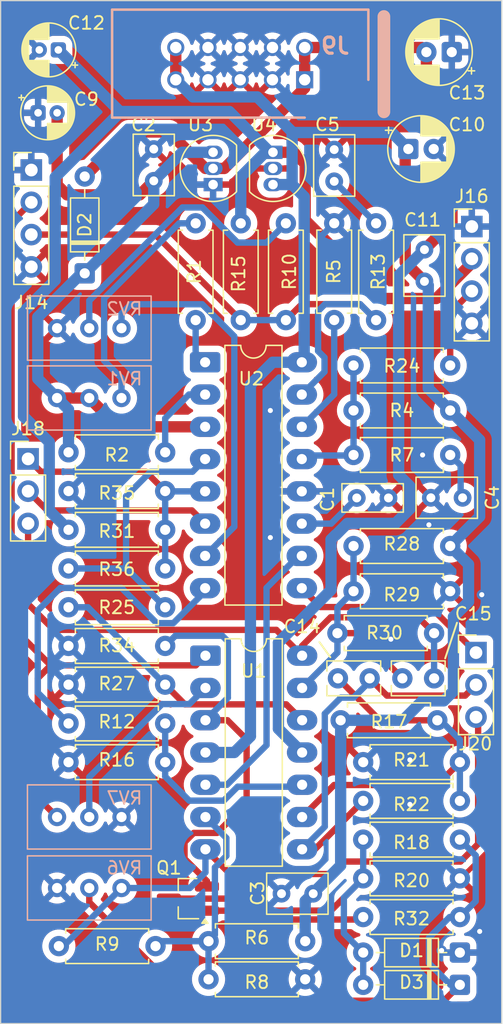
<source format=kicad_pcb>
(kicad_pcb (version 20241229) (generator "pcbnew") (generator_version "9.0")
  (layers (0 "F.Cu" signal) (2 "B.Cu" signal) (13 "F.Paste" user) (15 "B.Paste" user) (5 "F.SilkS" user "F.Silkscreen") (7 "B.SilkS" user "B.Silkscreen") (1 "F.Mask" user) (3 "B.Mask" user) (25 "Edge.Cuts" user))
  (net 0 "")
  (net 1 "Net-(U2-CAP)")
  (net 2 "GND")
  (net 3 "-5VA")
  (net 4 "+12VA")
  (net 5 "Net-(C4-Pad1)")
  (net 6 "Net-(C5-Pad1)")
  (net 7 "-12VA")
  (net 8 "+5VA")
  (net 9 "Net-(U1C--)")
  (net 10 "/SAW_RAW")
  (net 11 "Net-(U1D--)")
  (net 12 "/PULSE_RAW")
  (net 13 "Net-(D1-A)")
  (net 14 "Net-(D3-K)")
  (net 15 "/SIN_RAW")
  (net 16 "/CV_NODE")
  (net 17 "/LINFM_IN")
  (net 18 "/PWM_IN")
  (net 19 "/HARD_SYNC")
  (net 20 "/SOFT_SYNC")
  (net 21 "/TRI_RAW")
  (net 22 "Net-(Q1-Pad1)")
  (net 23 "Net-(U1A-+)")
  (net 24 "Net-(R1-Pad1)")
  (net 25 "Net-(U2-SCALE1)")
  (net 26 "Net-(U2-SCALE2)")
  (net 27 "/LIN_FM")
  (net 28 "Net-(U2-VS)")
  (net 29 "Net-(U1B--)")
  (net 30 "Net-(R10-Pad1)")
  (net 31 "/SAW_OUT")
  (net 32 "Net-(U1C-+)")
  (net 33 "/PULSE_OUT")
  (net 34 "Net-(U1D-+)")
  (net 35 "Net-(U2-VHFT)")
  (net 36 "Net-(U1A--)")
  (net 37 "/TRIANGLE_OUT")
  (footprint "Capacitor_THT:C_Rect_L4.6mm_W3.0mm_P2.50mm_MKS02_FKP02" (layer "F.Cu") (at 39.88 85.528 180)
    (property "Reference" "C3")
    (property "Value" "100n")
  )
  (footprint "Capacitor_THT:C_Rect_L4.6mm_W3.0mm_P2.50mm_MKS02_FKP02" (layer "F.Cu") (at 41.534 29.464 90)
    (property "Reference" "C5")
    (property "Value" "10n")
  )
  (footprint "Capacitor_THT:C_Rect_L4.6mm_W3.0mm_P2.50mm_MKS02_FKP02" (layer "F.Cu") (at 48.646 37.338 90)
    (property "Reference" "C11")
    (property "Value" "100n")
  )
  (footprint "Capacitor_THT:C_Rect_L4.0mm_W2.5mm_P2.50mm" (layer "F.Cu") (at 41.828 68.58)
    (property "Reference" "C14")
    (property "Value" "10p")
  )
  (footprint "Package_DIP:DIP-16_W7.62mm_LongPads" (layer "F.Cu") (at 31.359 43.703)
    (property "Reference" "U2")
    (property "Value" "AS3340")
  )
  (footprint "Resistor_THT:R_Axial_DIN0207_L6.3mm_D2.5mm_P7.62mm_Horizontal" (layer "F.Cu") (at 43.82 75.178)
    (property "Reference" "R21")
    (property "Value" "91k")
  )
  (footprint "Resistor_THT:R_Axial_DIN0207_L6.3mm_D2.5mm_P7.62mm_Horizontal" (layer "F.Cu") (at 20.591 75.178)
    (property "Reference" "R16")
    (property "Value" "100k")
  )
  (footprint "Connector_PinHeader_2.54mm:PinHeader_1x04_P2.54mm_Vertical" (layer "F.Cu") (at 17.658 28.574)
    (property "Reference" "J14")
    (property "Value" "Top Left(M)" (hide yes))
  )
  (footprint "Capacitor_THT:CP_Radial_D5.0mm_P2.00mm" (layer "F.Cu") (at 50.8 19.29 180)
    (property "Reference" "C13")
    (property "Value" "10u")
  )
  (footprint "Capacitor_THT:C_Rect_L4.6mm_W3.0mm_P2.50mm_MKS02_FKP02" (layer "F.Cu") (at 51.654 54.368667 180)
    (property "Reference" "C4")
    (property "Value" "10n")
  )
  (footprint "Resistor_THT:R_Axial_DIN0207_L6.3mm_D2.5mm_P7.62mm_Horizontal" (layer "F.Cu") (at 20.591 69.076)
    (property "Reference" "R27")
    (property "Value" "100k")
  )
  (footprint "Resistor_THT:R_Axial_DIN0207_L6.3mm_D2.5mm_P7.62mm_Horizontal" (layer "F.Cu") (at 49.662 71.882 180)
    (property "Reference" "R17")
    (property "Value" "240k")
  )
  (footprint "Resistor_THT:R_Axial_DIN0207_L6.3mm_D2.5mm_P7.62mm_Horizontal" (layer "F.Cu") (at 31.628 89.268)
    (property "Reference" "R6")
    (property "Value" "240k")
  )
  (footprint "Capacitor_THT:C_Rect_L4.6mm_W3.0mm_P2.50mm_MKS02_FKP02" (layer "F.Cu") (at 27.31 26.924 -90)
    (property "Reference" "C2")
    (property "Value" "100n")
  )
  (footprint "Resistor_THT:R_Axial_DIN0207_L6.3mm_D2.5mm_P7.62mm_Horizontal" (layer "F.Cu") (at 19.829 89.656)
    (property "Reference" "R9")
    (property "Value" "100k")
  )
  (footprint "Capacitor_THT:CP_Radial_D4.0mm_P1.50mm" (layer "F.Cu") (at 19.7886 19.118 180)
    (property "Reference" "C12")
    (property "Value" "1u")
  )
  (footprint "Resistor_THT:R_Axial_DIN0207_L6.3mm_D2.5mm_P7.62mm_Horizontal" (layer "F.Cu") (at 50.678 43.954667 180)
    (property "Reference" "R24")
    (property "Value" "1M")
  )
  (footprint "Resistor_THT:R_Axial_DIN0207_L6.3mm_D2.5mm_P7.62mm_Horizontal" (layer "F.Cu") (at 20.591 50.788)
    (property "Reference" "R2")
    (property "Value" "5.6k")
  )
  (footprint "Resistor_THT:R_Axial_DIN0207_L6.3mm_D2.5mm_P7.62mm_Horizontal" (layer "F.Cu") (at 50.678 61.722 180)
    (property "Reference" "R29")
    (property "Value" "91k")
  )
  (footprint "Resistor_THT:R_Axial_DIN0207_L6.3mm_D2.5mm_P7.62mm_Horizontal" (layer "F.Cu") (at 51.44 81.274 180)
    (property "Reference" "R18")
    (property "Value" "1M")
  )
  (footprint "Capacitor_THT:C_Rect_L4.6mm_W2.0mm_P2.50mm_MKS02_FKP02" (layer "F.Cu") (at 43.312 54.381334)
    (property "Reference" "C1")
    (property "Value" "1n")
  )
  (footprint "Resistor_THT:R_Axial_DIN0207_L6.3mm_D2.5mm_P7.62mm_Horizontal" (layer "F.Cu") (at 41.534 40.38 90)
    (property "Reference" "R5")
    (property "Value" "1.8k")
  )
  (footprint "Resistor_THT:R_Axial_DIN0207_L6.3mm_D2.5mm_P7.62mm_Horizontal" (layer "F.Cu") (at 39.248 92.268 180)
    (property "Reference" "R8")
    (property "Value" "91k")
  )
  (footprint "Resistor_THT:R_Axial_DIN0207_L6.3mm_D2.5mm_P7.62mm_Horizontal" (layer "F.Cu") (at 43.058 47.498)
    (property "Reference" "R4")
    (property "Value" "1.5M")
  )
  (footprint "Resistor_THT:R_Axial_DIN0207_L6.3mm_D2.5mm_P7.62mm_Horizontal" (layer "F.Cu") (at 43.82 84.322)
    (property "Reference" "R20")
    (property "Value" "1M")
  )
  (footprint "Resistor_THT:R_Axial_DIN0207_L6.3mm_D2.5mm_P7.62mm_Horizontal" (layer "F.Cu") (at 37.724 32.766 -90)
    (property "Reference" "R10")
    (property "Value" "470k")
  )
  (footprint "Resistor_THT:R_Axial_DIN0207_L6.3mm_D2.5mm_P7.62mm_Horizontal" (layer "F.Cu") (at 30.612 32.766 -90)
    (property "Reference" "R1")
    (property "Value" "24k")
  )
  (footprint "Resistor_THT:R_Axial_DIN0207_L6.3mm_D2.5mm_P7.62mm_Horizontal" (layer "F.Cu") (at 49.408 65.024 180)
    (property "Reference" "R30")
    (property "Value" "100k")
  )
  (footprint "Capacitor_THT:CP_Radial_D5.0mm_P2.00mm" (layer "F.Cu") (at 47.376 26.918)
    (property "Reference" "C10")
    (property "Value" "10u")
  )
  (footprint "Resistor_THT:R_Axial_DIN0207_L6.3mm_D2.5mm_P7.62mm_Horizontal" (layer "F.Cu") (at 28.211 62.986 180)
    (property "Reference" "R25")
    (property "Value" "180k")
  )
  (footprint "Connector_PinHeader_2.54mm:PinHeader_1x03_P2.54mm_Vertical" (layer "F.Cu") (at 17.404 51.308)
    (property "Reference" "J18")
    (property "Value" "Bottom Left(M)" (hide yes))
  )
  (footprint "Resistor_THT:R_Axial_DIN0207_L6.3mm_D2.5mm_P7.62mm_Horizontal" (layer "F.Cu") (at 20.591 56.89)
    (property "Reference" "R31")
    (property "Value" "100k")
  )
  (footprint "Package_TO_SOT_THT:TO-92_Inline" (layer "F.Cu") (at 36.708 27.178 -90)
    (property "Reference" "U4")
    (property "Value" "LP2950")
  )
  (footprint "Package_DIP:DIP-14_W7.62mm_LongPads" (layer "F.Cu") (at 31.384 66.797)
    (property "Reference" "U1")
    (property "Value" "TL074")
  )
  (footprint "Package_TO_SOT_THT:TO-92_Inline" (layer "F.Cu") (at 31.988 29.718 90)
    (property "Reference" "U3")
    (property "Value" "79L05")
  )
  (footprint "Capacitor_THT:CP_Radial_D4.0mm_P1.50mm" (layer "F.Cu") (at 18.193401 24.068)
    (property "Reference" "C9")
    (property "Value" "1u")
  )
  (footprint "Resistor_THT:R_Axial_DIN0207_L6.3mm_D2.5mm_P7.62mm_Horizontal" (layer "F.Cu") (at 20.591 72.13)
    (property "Reference" "R12")
    (property "Value" "100k")
  )
  (footprint "Connector_PinHeader_2.54mm:PinHeader_1x04_P2.54mm_Vertical" (layer "F.Cu") (at 52.38 33.02)
    (property "Reference" "J16")
    (property "Value" "Top Right (M)" (hide yes))
  )
  (footprint "Resistor_THT:R_Axial_DIN0207_L6.3mm_D2.5mm_P7.62mm_Horizontal" (layer "F.Cu") (at 20.591 59.932)
    (property "Reference" "R36")
    (property "Value" "10M")
  )
  (footprint "Resistor_THT:R_Axial_DIN0207_L6.3mm_D2.5mm_P7.62mm_Horizontal" (layer "F.Cu") (at 44.836 32.766 -90)
    (property "Reference" "R13")
    (property "Value" "470")
  )
  (footprint "Package_TO_SOT_SMD:SOT-23_Handsoldering" (layer "F.Cu") (at 30 85.918 180)
    (property "Reference" "Q1")
    (property "Value" "MMBFJ201")
  )
  (footprint "Connector_PinHeader_2.54mm:PinHeader_1x03_P2.54mm_Vertical" (layer "F.Cu") (at 52.71 66.554)
    (property "Reference" "J20")
    (property "Value" "Bottom Right(M)" (hide yes))
  )
  (footprint "Resistor_THT:R_Axial_DIN0207_L6.3mm_D2.5mm_P7.62mm_Horizontal" (layer "F.Cu") (at 43.058 51)
    (property "Reference" "R7")
    (property "Value" "470")
  )
  (footprint "Diode_THT:D_DO-35_SOD27_P7.62mm_Horizontal" (layer "F.Cu") (at 51.44 92.704 180)
    (property "Reference" "D3")
    (property "Value" "1N4148")
  )
  (footprint "Resistor_THT:R_Axial_DIN0207_L6.3mm_D2.5mm_P7.62mm_Horizontal" (layer "F.Cu") (at 28.211 66.028 180)
    (property "Reference" "R34")
    (property "Value" "1k")
  )
  (footprint "Resistor_THT:R_Axial_DIN0207_L6.3mm_D2.5mm_P7.62mm_Horizontal" (layer "F.Cu") (at 43.82 78.226)
    (property "Reference" "R22")
    (property "Value" "100k")
  )
  (footprint "Diode_THT:D_DO-35_SOD27_P7.62mm_Horizontal" (layer "F.Cu") (at 21.868 36.702 90)
    (property "Reference" "D2")
    (property "Value" "1N4148")
  )
  (footprint "Resistor_THT:R_Axial_DIN0207_L6.3mm_D2.5mm_P7.62mm_Horizontal" (layer "F.Cu") (at 43.058 58.166)
    (property "Reference" "R28")
    (property "Value" "240k")
  )
  (footprint "Diode_THT:D_DO-35_SOD27_P7.62mm_Horizontal" (layer "F.Cu") (at 51.44 90.164 180)
    (property "Reference" "D1")
    (property "Value" "1N4148" (hide yes))
  )
  (footprint "Resistor_THT:R_Axial_DIN0207_L6.3mm_D2.5mm_P7.62mm_Horizontal" (layer "F.Cu") (at 51.44 87.37 180)
    (property "Reference" "R32")
    (property "Value" "1k")
  )
  (footprint "Resistor_THT:R_Axial_DIN0207_L6.3mm_D2.5mm_P7.62mm_Horizontal" (layer "F.Cu") (at 34.168 40.386 90)
    (property "Reference" "R15")
    (property "Value" "220k")
  )
  (footprint "Capacitor_THT:C_Rect_L4.0mm_W2.5mm_P2.50mm" (layer "F.Cu") (at 46.908 68.58)
    (property "Reference" "C15")
    (property "Value" "10p")
  )
  (footprint "Resistor_THT:R_Axial_DIN0207_L6.3mm_D2.5mm_P7.62mm_Horizontal" (layer "F.Cu") (at 28.211 53.842 180)
    (property "Reference" "R35")
    (property "Value" "200k")
  )
  (footprint "Eurorack Common:Eurorack Power Header (10 pin)" (layer "B.Cu") (at 39.206 21.468 180)
    (property "Reference" "J9")
    (property "Value" "PWR" (hide yes))
  )
  (footprint "Potentiometer_THT:Potentiometer_Bourns_3296W_Vertical" (layer "B.Cu") (at 24.768 79.496)
    (property "Reference" "RV7")
    (property "Value" "10K")
  )
  (footprint "Potentiometer_THT:Potentiometer_Bourns_3296W_Vertical" (layer "B.Cu") (at 24.768 41.02)
    (property "Reference" "RV2")
    (property "Value" "10K")
  )
  (footprint "Potentiometer_THT:Potentiometer_Bourns_3296W_Vertical" (layer "B.Cu") (at 24.768 85.084)
    (property "Reference" "RV6")
    (property "Value" "10K")
  )
  (footprint "Potentiometer_THT:Potentiometer_Bourns_3296W_Vertical" (layer "B.Cu") (at 24.766 46.518)
    (property "Reference" "RV1")
    (property "Value" "10K")
  )
  (gr_line (start 51.21 64.208) (end 50.28 67.008) (stroke (width 0.15)) (layer "F.SilkS"))
  (gr_line (start 40.37 65.728) (end 41.23 66.918) (stroke (width 0.15)) (layer "F.SilkS"))
  (gr_rect (start 15.24 15.24) (end 54.74 95.75292) (stroke (width 0.1)) (fill no) (layer "Edge.Cuts"))
  (segment (start 38.979 56.403) (end 41.290334 56.403) (width 0.5) (layer "B.Cu") (net 1))
  (segment (start 41.290334 56.403) (end 43.312 54.381334) (width 0.5) (layer "B.Cu") (net 1))
  (via (at 36.5 57.5) (size 0.8) (drill 0.4) (layers "F.Cu" "B.Cu") (net 2))
  (via (at 47.5 78.5) (size 0.8) (drill 0.4) (layers "F.Cu" "B.Cu") (net 2))
  (via (at 53.167511 61.997107) (size 0.8) (drill 0.4) (layers "F.Cu" "B.Cu") (net 2))
  (via (at 46 65.5) (size 0.8) (drill 0.4) (layers "F.Cu" "B.Cu") (net 2))
  (via (at 49 56.5) (size 0.8) (drill 0.4) (layers "F.Cu" "B.Cu") (net 2))
  (via (at 36.5 47.5) (size 0.8) (drill 0.4) (layers "F.Cu" "B.Cu") (net 2))
  (via (at 53 88.5) (size 0.8) (drill 0.4) (layers "F.Cu" "B.Cu") (net 2))
  (via (at 50 90) (size 0.8) (drill 0.4) (layers "F.Cu" "B.Cu") (net 2))
  (via (at 48.5 51) (size 0.8) (drill 0.4) (layers "F.Cu" "B.Cu") (net 2))
  (via (at 47.5 75) (size 0.8) (drill 0.4) (layers "F.Cu" "B.Cu") (net 2))
  (segment (start 27.31 29.424) (end 26.207489 30.526511) (width 0.89) (layer "F.Cu") (net 3))
  (segment (start 22.226 46.518) (end 19.686 46.518) (width 0.89) (layer "F.Cu") (net 3))
  (segment (start 26.207489 30.526511) (end 20.474511 30.526511) (width 0.89) (layer "F.Cu") (net 3))
  (segment (start 20.474511 30.526511) (end 19.693401 29.745401) (width 0.89) (layer "F.Cu") (net 3))
  (segment (start 24.491 48.783) (end 22.226 46.518) (width 0.89) (layer "F.Cu") (net 3))
  (segment (start 31.359 48.783) (end 24.491 48.783) (width 0.89) (layer "F.Cu") (net 3))
  (segment (start 19.693401 29.745401) (end 19.693401 24.068) (width 0.89) (layer "F.Cu") (net 3))
  (segment (start 21.868 36.702) (end 21.614 36.702) (width 0.89) (layer "B.Cu") (net 3))
  (segment (start 20.591 47.423) (end 20.591 50.788) (width 0.89) (layer "B.Cu") (net 3))
  (segment (start 27.31 29.424) (end 27.31 31.26) (width 0.89) (layer "B.Cu") (net 3))
  (segment (start 29.556 27.178) (end 27.31 29.424) (width 0.89) (layer "B.Cu") (net 3))
  (segment (start 27.31 31.26) (end 21.868 36.702) (width 0.89) (layer "B.Cu") (net 3))
  (segment (start 18.166 44.998) (end 19.686 46.518) (width 0.89) (layer "B.Cu") (net 3))
  (segment (start 31.988 27.178) (end 29.556 27.178) (width 0.89) (layer "B.Cu") (net 3))
  (segment (start 19.686 46.518) (end 20.591 47.423) (width 0.89) (layer "B.Cu") (net 3))
  (segment (start 18.166 40.15) (end 18.166 44.998) (width 0.89) (layer "B.Cu") (net 3))
  (segment (start 21.614 36.702) (end 18.166 40.15) (width 0.89) (layer "B.Cu") (net 3))
  (segment (start 47.13 35.822) (end 47.13 27.164) (width 0.89) (layer "F.Cu") (net 4))
  (segment (start 29.046 18.928) (end 29.046 21.468) (width 0.89) (layer "F.Cu") (net 4))
  (segment (start 48.646 37.338) (end 47.13 35.822) (width 0.89) (layer "F.Cu") (net 4))
  (segment (start 47.13 27.164) (end 47.376 26.918) (width 0.89) (layer "F.Cu") (net 4))
  (segment (start 34.93 45.46) (end 34.93 73.146) (width 0.89) (layer "B.Cu") (net 4))
  (segment (start 38.491511 25.619489) (end 46.077489 25.619489) (width 0.89) (layer "B.Cu") (net 4))
  (segment (start 38.216 29.718) (end 38.216 26.418) (width 0.89) (layer "B.Cu") (net 4))
  (segment (start 48.95 45.77) (end 50.678 47.498) (width 0.89) (layer "B.Cu") (net 4))
  (segment (start 36.687 43.703) (end 34.93 45.46) (width 0.89) (layer "B.Cu") (net 4))
  (segment (start 52.998511 49.818511) (end 50.678 47.498) (width 0.89) (layer "B.Cu") (net 4))
  (segment (start 35.466 22.818) (end 30.396 22.818) (width 0.89) (layer "B.Cu") (net 4))
  (segment (start 33.659 74.417) (end 31.384 74.417) (width 0.89) (layer "B.Cu") (net 4))
  (segment (start 38.216 25.895) (end 38.491511 25.619489) (width 0.89) (layer "B.Cu") (net 4))
  (segment (start 48.646 37.338) (end 48.95 37.642) (width 0.89) (layer "B.Cu") (net 4))
  (segment (start 50.678 58.166) (end 52.998511 55.845489) (width 0.89) (layer "B.Cu") (net 4))
  (segment (start 36.708 29.718) (end 38.216 29.718) (width 0.89) (layer "B.Cu") (net 4))
  (segment (start 52.122511 59.610511) (end 50.678 58.166) (width 0.89) (layer "B.Cu") (net 4))
  (segment (start 39.248 86.106) (end 39.248 89.268) (width 0.89) (layer "B.Cu") (net 4))
  (segment (start 30.396 22.818) (end 29.046 21.468) (width 0.89) (layer "B.Cu") (net 4))
  (segment (start 42.042 71.882) (end 46.952174 71.882) (width 0.89) (layer "B.Cu") (net 4))
  (segment (start 38.216 26.418) (end 38.216 25.568) (width 0.89) (layer "B.Cu") (net 4))
  (segment (start 38.216 29.718) (end 39.168511 30.670511) (width 0.89) (layer "B.Cu") (net 4))
  (segment (start 50.17 70.352) (end 50.932 69.59) (width 0.89) (layer "B.Cu") (net 4))
  (segment (start 42.042 83.312) (end 39.248 86.106) (width 0.89) (layer "B.Cu") (net 4))
  (segment (start 42.042 71.882) (end 42.042 83.312) (width 0.89) (layer "B.Cu") (net 4))
  (segment (start 46.077489 25.619489) (end 47.376 26.918) (width 0.89) (layer "B.Cu") (net 4))
  (segment (start 52.998511 55.845489) (end 52.998511 49.818511) (width 0.89) (layer "B.Cu") (net 4))
  (segment (start 38.216 25.568) (end 35.466 22.818) (width 0.89) (layer "B.Cu") (net 4))
  (segment (start 50.932 69.59) (end 50.932 63.748) (width 0.89) (layer "B.Cu") (net 4))
  (segment (start 38.979 43.703) (end 39.168511 43.513489) (width 0.89) (layer "B.Cu") (net 4))
  (segment (start 38.979 43.703) (end 36.687 43.703) (width 0.89) (layer "B.Cu") (net 4))
  (segment (start 48.482174 70.352) (end 50.17 70.352) (width 0.89) (layer "B.Cu") (net 4))
  (segment (start 39.168511 43.513489) (end 39.168511 30.670511) (width 0.89) (layer "B.Cu") (net 4))
  (segment (start 34.93 73.146) (end 33.659 74.417) (width 0.89) (layer "B.Cu") (net 4))
  (segment (start 46.952174 71.882) (end 48.482174 70.352) (width 0.89) (layer "B.Cu") (net 4))
  (segment (start 50.932 63.748) (end 52.122511 62.557489) (width 0.89) (layer "B.Cu") (net 4))
  (segment (start 48.95 37.642) (end 48.95 45.77) (width 0.89) (layer "B.Cu") (net 4))
  (segment (start 38.216 26.418) (end 38.216 25.895) (width 0.89) (layer "B.Cu") (net 4))
  (segment (start 52.122511 62.557489) (end 52.122511 59.610511) (width 0.89) (layer "B.Cu") (net 4))
  (segment (start 50.678 51) (end 51.5 51.822) (width 0.5) (layer "B.Cu") (net 5))
  (segment (start 51.5 54.214667) (end 51.654 54.368667) (width 0.5) (layer "B.Cu") (net 5))
  (segment (start 51.5 51.822) (end 51.5 54.214667) (width 0.5) (layer "B.Cu") (net 5))
  (segment (start 41.534 29.464) (end 44.836 32.766) (width 0.5) (layer "B.Cu") (net 6))
  (segment (start 39.206 18.928) (end 39.206 21.468) (width 0.89) (layer "F.Cu") (net 7))
  (segment (start 39.206 22.115978) (end 39.206 21.468) (width 0.89) (layer "F.Cu") (net 7))
  (segment (start 48.8 20.42137) (end 50.820511 22.441881) (width 0.89) (layer "F.Cu") (net 7))
  (segment (start 25.370511 25.579489) (end 28.510538 25.579489) (width 0.89) (layer "F.Cu") (net 7))
  (segment (start 50.820511 22.441881) (end 50.820511 32.663489) (width 0.89) (layer "F.Cu") (net 7))
  (segment (start 50.820511 32.663489) (end 48.646 34.838) (width 0.89) (layer "F.Cu") (net 7))
  (segment (start 28.510538 25.579489) (end 31.379049 28.448) (width 0.89) (layer "F.Cu") (net 7))
  (segment (start 21.868 29.082) (end 25.370511 25.579489) (width 0.89) (layer "F.Cu") (net 7))
  (segment (start 48.438 18.928) (end 48.8 19.29) (width 0.89) (layer "F.Cu") (net 7))
  (segment (start 48.8 19.29) (end 48.8 20.42137) (width 0.89) (layer "F.Cu") (net 7))
  (segment (start 31.988 28.448) (end 32.873978 28.448) (width 0.89) (layer "F.Cu") (net 7))
  (segment (start 32.873978 28.448) (end 39.206 22.115978) (width 0.89) (layer "F.Cu") (net 7))
  (segment (start 39.206 18.928) (end 48.438 18.928) (width 0.89) (layer "F.Cu") (net 7))
  (segment (start 46.36 56.382) (end 42.576376 56.382) (width 0.89) (layer "B.Cu") (net 7))
  (segment (start 41.660856 57.29752) (end 41.63448 57.29752) (width 0.89) (layer "B.Cu") (net 7))
  (segment (start 37.13448 65.770379) (end 37.13448 72.54748) (width 0.89) (layer "B.Cu") (net 7))
  (segment (start 41.28 57.652) (end 41.28 61.624859) (width 0.89) (layer "B.Cu") (net 7))
  (segment (start 37.13448 72.54748) (end 39.004 74.417) (width 0.89) (layer "B.Cu") (net 7))
  (segment (start 47.5 53.458) (end 47.5 55.242) (width 0.89) (layer "B.Cu") (net 7))
  (segment (start 47.5 55.242) (end 46.36 56.382) (width 0.89) (layer "B.Cu") (net 7))
  (segment (start 46.614 52.572) (end 47.5 53.458) (width 0.89) (layer "B.Cu") (net 7))
  (segment (start 41.63448 57.29752) (end 41.28 57.652) (width 0.89) (layer "B.Cu") (net 7))
  (segment (start 42.576376 56.382) (end 41.660856 57.29752) (width 0.89) (layer "B.Cu") (net 7))
  (segment (start 48.646 34.838) (end 46.614 36.87) (width 0.89) (layer "B.Cu") (net 7))
  (segment (start 46.614 36.87) (end 46.614 52.572) (width 0.89) (layer "B.Cu") (net 7))
  (segment (start 41.28 61.624859) (end 37.13448 65.770379) (width 0.89) (layer "B.Cu") (net 7))
  (segment (start 39.248 28.078) (end 38.348 27.178) (width 0.89) (layer "F.Cu") (net 8))
  (segment (start 45.413663 38.682511) (end 39.248 32.516848) (width 0.89) (layer "F.Cu") (net 8))
  (segment (start 38.348 27.178) (end 36.708 27.178) (width 0.89) (layer "F.Cu") (net 8))
  (segment (start 49.587489 38.682511) (end 45.413663 38.682511) (width 0.89) (layer "F.Cu") (net 8))
  (segment (start 39.248 32.516848) (end 39.248 28.078) (width 0.89) (layer "F.Cu") (net 8))
  (segment (start 52.71 35.56) (end 49.587489 38.682511) (width 0.89) (layer "F.Cu") (net 8))
  (segment (start 36.708 27.178) (end 36.476 27.178) (width 0.89) (layer "B.Cu") (net 8))
  (segment (start 17.042001 39.733185) (end 19.5426 37.232586) (width 0.89) (layer "B.Cu") (net 8))
  (segment (start 33.266 23.968) (end 24.6386 23.968) (width 0.89) (layer "B.Cu") (net 8))
  (segment (start 19.074 55.373) (end 19.074 49.988978) (width 0.89) (layer "B.Cu") (net 8))
  (segment (start 24.6386 23.968) (end 19.7886 19.118) (width 0.89) (layer "B.Cu") (net 8))
  (segment (start 17.042 47.956978) (end 17.042001 39.733185) (width 0.89) (layer "B.Cu") (net 8))
  (segment (start 20.591 56.89) (end 19.074 55.373) (width 0.89) (layer "B.Cu") (net 8))
  (segment (start 19.074 49.988978) (end 17.042 47.956978) (width 0.89) (layer "B.Cu") (net 8))
  (segment (start 19.5426 29.1414) (end 24.6386 24.0454) (width 0.89) (layer "B.Cu") (net 8))
  (segment (start 19.5426 37.232586) (end 19.5426 29.1414) (width 0.89) (layer "B.Cu") (net 8))
  (segment (start 36.099049 27.178) (end 34.168 29.109049) (width 0.89) (layer "B.Cu") (net 8))
  (segment (start 24.6386 24.0454) (end 24.6386 23.968) (width 0.89) (layer "B.Cu") (net 8))
  (segment (start 34.168 29.109049) (end 34.168 32.766) (width 0.89) (layer "B.Cu") (net 8))
  (segment (start 36.476 27.178) (end 33.266 23.968) (width 0.89) (layer "B.Cu") (net 8))
  (segment (start 36.708 27.178) (end 36.099049 27.178) (width 0.89) (layer "B.Cu") (net 8))
  (segment (start 51.44 75.178) (end 49.641511 76.976489) (width 0.5) (layer "F.Cu") (net 9))
  (segment (start 49.641511 76.976489) (end 41.524511 76.976489) (width 0.5) (layer "F.Cu") (net 9))
  (segment (start 49.662 71.882) (end 45.13 71.882) (width 0.5) (layer "F.Cu") (net 9))
  (segment (start 45.13 71.882) (end 41.828 68.58) (width 0.5) (layer "F.Cu") (net 9))
  (segment (start 41.524511 76.976489) (end 39.004 79.497) (width 0.5) (layer "F.Cu") (net 9))
  (segment (start 49.662 71.882) (end 49.91 71.882) (width 0.5) (layer "B.Cu") (net 9))
  (segment (start 49.91 71.882) (end 51.44 73.412) (width 0.5) (layer "B.Cu") (net 9))
  (segment (start 51.44 75.178) (end 51.44 78.226) (width 0.5) (layer "B.Cu") (net 9))
  (segment (start 51.44 73.412) (end 51.44 75.178) (width 0.5) (layer "B.Cu") (net 9))
  (segment (start 45.686 69.938) (end 44.328 68.58) (width 0.5) (layer "F.Cu") (net 10))
  (segment (start 52.71 69.088) (end 51.86 69.938) (width 0.5) (layer "F.Cu") (net 10))
  (segment (start 51.86 69.938) (end 45.686 69.938) (width 0.5) (layer "F.Cu") (net 10))
  (segment (start 40.009 82.037) (end 39.004 82.037) (width 0.5) (layer "F.Cu") (net 10))
  (segment (start 43.82 78.226) (end 40.009 82.037) (width 0.5) (layer "F.Cu") (net 10))
  (segment (start 39.004 82.037) (end 40.792489 80.248511) (width 0.5) (layer "B.Cu") (net 10))
  (segment (start 44.328 68.828) (end 44.328 68.58) (width 0.5) (layer "B.Cu") (net 10))
  (segment (start 40.792489 80.248511) (end 40.792489 71.364435) (width 0.5) (layer "B.Cu") (net 10))
  (segment (start 43.058 70.098) (end 44.328 68.828) (width 0.5) (layer "B.Cu") (net 10))
  (segment (start 40.792489 71.364435) (end 42.058924 70.098) (width 0.5) (layer "B.Cu") (net 10))
  (segment (start 42.058924 70.098) (end 43.058 70.098) (width 0.5) (layer "B.Cu") (net 10))
  (segment (start 46.908 68.58) (end 43.352 65.024) (width 0.5) (layer "F.Cu") (net 11))
  (segment (start 43.352 65.024) (end 41.788 65.024) (width 0.5) (layer "F.Cu") (net 11))
  (segment (start 43.058 61.722) (end 43.058 58.166) (width 0.5) (layer "B.Cu") (net 11))
  (segment (start 41.788 62.992) (end 43.058 61.722) (width 0.5) (layer "B.Cu") (net 11))
  (segment (start 41.788 65.024) (end 41.788 62.992) (width 0.5) (layer "B.Cu") (net 11))
  (segment (start 41.788 66.553) (end 39.004 69.337) (width 0.5) (layer "B.Cu") (net 11))
  (segment (start 41.788 65.024) (end 41.788 66.553) (width 0.5) (layer "B.Cu") (net 11))
  (segment (start 36.971 64.764) (end 39.004 66.797) (width 0.5) (layer "F.Cu") (net 12))
  (segment (start 48.158489 63.774489) (end 41.253511 63.774489) (width 0.5) (layer "F.Cu") (net 12))
  (segment (start 39.004 66.024) (end 39.004 66.797) (width 0.5) (layer "F.Cu") (net 12))
  (segment (start 17.404 62.732) (end 19.436 64.764) (width 0.5) (layer "F.Cu") (net 12))
  (segment (start 49.408 65.024) (end 48.158489 63.774489) (width 0.5) (layer "F.Cu") (net 12))
  (segment (start 41.253511 63.774489) (end 39.004 66.024) (width 0.5) (layer "F.Cu") (net 12))
  (segment (start 19.436 64.764) (end 36.971 64.764) (width 0.5) (layer "F.Cu") (net 12))
  (segment (start 17.404 56.388) (end 17.404 62.732) (width 0.5) (layer "F.Cu") (net 12))
  (segment (start 49.408 65.024) (end 49.408 68.58) (width 0.5) (layer "B.Cu") (net 12))
  (segment (start 43.82 84.322) (end 41.28 86.862) (width 0.5) (layer "F.Cu") (net 13))
  (segment (start 34.94 85.918) (end 28.5 85.918) (width 0.5) (layer "F.Cu") (net 13))
  (segment (start 35.884 86.862) (end 34.94 85.918) (width 0.5) (layer "F.Cu") (net 13))
  (segment (start 41.28 86.862) (end 35.884 86.862) (width 0.5) (layer "F.Cu") (net 13))
  (segment (start 43.82 90.164) (end 42.296 88.64) (width 0.5) (layer "B.Cu") (net 13))
  (segment (start 43.82 92.704) (end 43.82 89.656) (width 0.5) (layer "B.Cu") (net 13))
  (segment (start 42.296 85.846) (end 43.82 84.322) (width 0.5) (layer "B.Cu") (net 13))
  (segment (start 42.296 88.64) (end 42.296 85.846) (width 0.5) (layer "B.Cu") (net 13))
  (segment (start 43.82 84.322) (end 43.82 81.274) (width 0.5) (layer "B.Cu") (net 13))
  (segment (start 22.228 86.202076) (end 22.228 85.084) (width 0.5) (layer "F.Cu") (net 14))
  (segment (start 50.190489 93.953511) (end 29.979435 93.953511) (width 0.5) (layer "F.Cu") (net 14))
  (segment (start 51.44 92.704) (end 50.190489 93.953511) (width 0.5) (layer "F.Cu") (net 14))
  (segment (start 29.979435 93.953511) (end 22.228 86.202076) (width 0.5) (layer "F.Cu") (net 14))
  (segment (start 49 91) (end 50.704 92.704) (width 0.5) (layer "B.Cu") (net 14))
  (segment (start 50.704 92.704) (end 51.44 92.704) (width 0.5) (layer "B.Cu") (net 14))
  (segment (start 52.689511 86.120489) (end 51.44 87.37) (width 0.5) (layer "B.Cu") (net 14))
  (segment (start 52.689511 82.523511) (end 52.689511 86.120489) (width 0.5) (layer "B.Cu") (net 14))
  (segment (start 50.63 87.37) (end 49 89) (width 0.5) (layer "B.Cu") (net 14))
  (segment (start 51.44 81.274) (end 52.689511 82.523511) (width 0.5) (layer "B.Cu") (net 14))
  (segment (start 51.44 87.37) (end 50.63 87.37) (width 0.5) (layer "B.Cu") (net 14))
  (segment (start 49 89) (end 49 91) (width 0.5) (layer "B.Cu") (net 14))
  (segment (start 19.688 79.496) (end 18.166 77.974) (width 0.5) (layer "F.Cu") (net 15))
  (segment (start 16.104489 32.667511) (end 17.658 31.114) (width 0.5) (layer "F.Cu") (net 15))
  (segment (start 30.623 67.558) (end 31.384 66.797) (width 0.5) (layer "F.Cu") (net 15))
  (segment (start 18.166 66.542) (end 19.182 67.558) (width 0.5) (layer "F.Cu") (net 15))
  (segment (start 19.182 67.558) (end 30.623 67.558) (width 0.5) (layer "F.Cu") (net 15))
  (segment (start 18.166 77.974) (end 18.166 68.574) (width 0.5) (layer "F.Cu") (net 15))
  (segment (start 18.166 68.574) (end 19.182 67.558) (width 0.5) (layer "F.Cu") (net 15))
  (segment (start 16.104489 64.480489) (end 16.104489 32.667511) (width 0.5) (layer "F.Cu") (net 15))
  (segment (start 18.166 66.542) (end 16.104489 64.480489) (width 0.5) (layer "F.Cu") (net 15))
  (segment (start 38.979511 39.130489) (end 43.580489 39.130489) (width 0.5) (layer "F.Cu") (net 16))
  (segment (start 43.580489 39.130489) (end 44.836 40.386) (width 0.5) (layer "F.Cu") (net 16))
  (segment (start 27.436 33.654) (end 34.168 40.386) (width 0.5) (layer "F.Cu") (net 16))
  (segment (start 37.724 40.386) (end 38.979511 39.130489) (width 0.5) (layer "F.Cu") (net 16))
  (segment (start 17.658 33.654) (end 27.436 33.654) (width 0.5) (layer "F.Cu") (net 16))
  (segment (start 44.836 40.386) (end 43.580489 39.130489) (width 0.5) (layer "B.Cu") (net 16))
  (segment (start 40.264 42.820912) (end 40.772 43.328912) (width 0.5) (layer "B.Cu") (net 16))
  (segment (start 40.772 43.328912) (end 40.772 44.45) (width 0.5) (layer "B.Cu") (net 16))
  (segment (start 40.264 39.671031) (end 40.264 42.820912) (width 0.5) (layer "B.Cu") (net 16))
  (segment (start 40.804542 39.130489) (end 40.264 39.671031) (width 0.5) (layer "B.Cu") (net 16))
  (segment (start 43.580489 39.130489) (end 40.804542 39.130489) (width 0.5) (layer "B.Cu") (net 16))
  (segment (start 40.772 44.45) (end 38.979 46.243) (width 0.5) (layer "B.Cu") (net 16))
  (segment (start 37.724 40.386) (end 34.168 40.386) (width 0.5) (layer "B.Cu") (net 16))
  (segment (start 50.678 39.802) (end 52.38 38.1) (width 0.5) (layer "F.Cu") (net 17))
  (segment (start 50.678 43.954667) (end 50.678 39.802) (width 0.5) (layer "F.Cu") (net 17))
  (segment (start 26.687 52.318) (end 28.211 53.842) (width 0.5) (layer "F.Cu") (net 18))
  (segment (start 18.414 52.318) (end 26.687 52.318) (width 0.5) (layer "F.Cu") (net 18))
  (segment (start 17.404 51.308) (end 18.414 52.318) (width 0.5) (layer "F.Cu") (net 18))
  (segment (start 31.359 53.863) (end 28.232 53.863) (width 0.5) (layer "B.Cu") (net 18))
  (segment (start 28.211 53.842) (end 28.211 56.89) (width 0.5) (layer "B.Cu") (net 18))
  (segment (start 28.211 56.89) (end 28.211 59.932) (width 0.5) (layer "B.Cu") (net 18))
  (segment (start 28.232 53.863) (end 28.211 53.842) (width 0.5) (layer "B.Cu") (net 18))
  (segment (start 17.404 53.848) (end 18.922 55.366) (width 0.5) (layer "F.Cu") (net 19))
  (segment (start 18.922 55.366) (end 30.322 55.366) (width 0.5) (layer "F.Cu") (net 19))
  (segment (start 30.322 55.366) (end 31.359 56.403) (width 0.5) (layer "F.Cu") (net 19))
  (segment (start 49.133511 62.971511) (end 40.467511 62.971511) (width 0.5) (layer "F.Cu") (net 20))
  (segment (start 40.467511 62.971511) (end 38.979 61.483) (width 0.5) (layer "F.Cu") (net 20))
  (segment (start 52.71 66.548) (end 49.133511 62.971511) (width 0.5) (layer "F.Cu") (net 20))
  (segment (start 52.88 81.612) (end 51.492 83) (width 0.5) (layer "F.Cu") (net 21))
  (segment (start 52.71 71.628) (end 52.88 71.798) (width 0.5) (layer "F.Cu") (net 21))
  (segment (start 33.327 83.98) (end 31.384 82.037) (width 0.5) (layer "F.Cu") (net 21))
  (segment (start 42.38 83) (end 41.4 83.98) (width 0.5) (layer "F.Cu") (net 21))
  (segment (start 51.492 83) (end 42.38 83) (width 0.5) (layer "F.Cu") (net 21))
  (segment (start 41.4 83.98) (end 33.327 83.98) (width 0.5) (layer "F.Cu") (net 21))
  (segment (start 52.88 71.798) (end 52.88 81.612) (width 0.5) (layer "F.Cu") (net 21))
  (segment (start 19.829 89.656) (end 20.196 89.656) (width 0.5) (layer "B.Cu") (net 21))
  (segment (start 20.196 89.656) (end 24.768 85.084) (width 0.5) (layer "B.Cu") (net 21))
  (segment (start 30.154 85.084) (end 31.384 83.854) (width 0.5) (layer "B.Cu") (net 21))
  (segment (start 24.768 85.084) (end 30.154 85.084) (width 0.5) (layer "B.Cu") (net 21))
  (segment (start 31.384 83.854) (end 31.384 82.037) (width 0.5) (layer "B.Cu") (net 21))
  (segment (start 43.82 87.37) (end 43.62848 87.56152) (width 0.5) (layer "F.Cu") (net 22))
  (segment (start 33.38 86.868) (end 31.5 86.868) (width 0.5) (layer "F.Cu") (net 22))
  (segment (start 43.62848 87.56152) (end 34.07352 87.56152) (width 0.5) (layer "F.Cu") (net 22))
  (segment (start 34.07352 87.56152) (end 33.38 86.868) (width 0.5) (layer "F.Cu") (net 22))
  (segment (start 34.63 73.39) (end 33.117 71.877) (width 0.5) (layer "F.Cu") (net 23))
  (segment (start 29.73448 81.478472) (end 30.466432 80.74652) (width 0.5) (layer "F.Cu") (net 23))
  (segment (start 31.5 84.968) (end 31.5 84.538) (width 0.5) (layer "F.Cu") (net 23))
  (segment (start 33.117 71.877) (end 31.384 71.877) (width 0.5) (layer "F.Cu") (net 23))
  (segment (start 30.466432 80.74652) (end 32.301568 80.74652) (width 0.5) (layer "F.Cu") (net 23))
  (segment (start 34.63 78.418088) (end 34.63 73.39) (width 0.5) (layer "F.Cu") (net 23))
  (segment (start 31.5 84.538) (end 29.73448 82.77248) (width 0.5) (layer "F.Cu") (net 23))
  (segment (start 32.301568 80.74652) (end 34.63 78.418088) (width 0.5) (layer "F.Cu") (net 23))
  (segment (start 29.73448 82.77248) (end 29.73448 81.478472) (width 0.5) (layer "F.Cu") (net 23))
  (segment (start 33.152 65.665978) (end 33.152 70.109) (width 0.5) (layer "B.Cu") (net 23))
  (segment (start 29.010999 65.228001) (end 32.714023 65.228001) (width 0.5) (layer "B.Cu") (net 23))
  (segment (start 32.714023 65.228001) (end 33.152 65.665978) (width 0.5) (layer "B.Cu") (net 23))
  (segment (start 33.152 70.109) (end 31.384 71.877) (width 0.5) (layer "B.Cu") (net 23))
  (segment (start 28.211 66.028) (end 29.010999 65.228001) (width 0.5) (layer "B.Cu") (net 23))
  (segment (start 30.612 32.766) (end 29.30927 32.766) (width 0.5) (layer "B.Cu") (net 24))
  (segment (start 23.397511 38.677759) (end 23.397511 43.579511) (width 0.5) (layer "B.Cu") (net 24))
  (segment (start 24.766 44.952) (end 24.766 46.518) (width 0.5) (layer "B.Cu") (net 24))
  (segment (start 23.397511 43.579511) (end 24.768 44.95) (width 0.5) (layer "B.Cu") (net 24))
  (segment (start 24.768 44.95) (end 24.766 44.952) (width 0.5) (layer "B.Cu") (net 24))
  (segment (start 29.30927 32.766) (end 23.397511 38.677759) (width 0.5) (layer "B.Cu") (net 24))
  (segment (start 30.612 40.386) (end 30.612 42.956) (width 0.5) (layer "B.Cu") (net 25))
  (segment (start 30.612 42.956) (end 31.359 43.703) (width 0.5) (layer "B.Cu") (net 25))
  (segment (start 28.211 48.115) (end 28.211 50.788) (width 0.5) (layer "B.Cu") (net 26))
  (segment (start 31.359 46.243) (end 30.083 46.243) (width 0.5) (layer "B.Cu") (net 26))
  (segment (start 30.083 46.243) (end 28.211 48.115) (width 0.5) (layer "B.Cu") (net 26))
  (segment (start 43.016666 51.041334) (end 39.260666 51.041334) (width 0.5) (layer "B.Cu") (net 27))
  (segment (start 39.260666 51.041334) (end 38.979 51.323) (width 0.5) (layer "B.Cu") (net 27))
  (segment (start 43.058 47.498) (end 43.058 51) (width 0.5) (layer "B.Cu") (net 27))
  (segment (start 43.058 43.954667) (end 43.058 47.498) (width 0.5) (layer "B.Cu") (net 27))
  (segment (start 43.058 51) (end 43.016666 51.041334) (width 0.5) (layer "B.Cu") (net 27))
  (segment (start 41.534 46.228) (end 41.534 40.38) (width 0.5) (layer "B.Cu") (net 28))
  (segment (start 38.979 48.783) (end 41.534 46.228) (width 0.5) (layer "B.Cu") (net 28))
  (segment (start 32.13 88.766) (end 31.628 89.268) (width 0.5) (layer "B.Cu") (net 29))
  (segment (start 31.628 89.268) (end 27.837 89.268) (width 0.5) (layer "B.Cu") (net 29))
  (segment (start 32.13 89.154) (end 31.628 89.656) (width 0.5) (layer "B.Cu") (net 29))
  (segment (start 32.13 83.458088) (end 32.13 88.766) (width 0.5) (layer "B.Cu") (net 29))
  (segment (start 33.03352 82.554568) (end 32.13 83.458088) (width 0.5) (layer "B.Cu") (net 29))
  (segment (start 31.628 92.268) (end 31.628 89.268) (width 0.5) (layer "B.Cu") (net 29))
  (segment (start 31.384 79.497) (end 33.03352 81.14652) (width 0.5) (layer "B.Cu") (net 29))
  (segment (start 27.837 89.268) (end 27.449 89.656) (width 0.5) (layer "B.Cu") (net 29))
  (segment (start 33.03352 81.14652) (end 33.03352 82.554568) (width 0.5) (layer "B.Cu") (net 29))
  (segment (start 36.206 34.284) (end 37.724 32.766) (width 0.5) (layer "B.Cu") (net 30))
  (segment (start 33.914 34.284) (end 36.206 34.284) (width 0.5) (layer "B.Cu") (net 30))
  (segment (start 22.228 38.858) (end 22.228 41.02) (width 0.5) (layer "B.Cu") (net 30))
  (segment (start 29.569511 31.516489) (end 31.146489 31.516489) (width 0.5) (layer "B.Cu") (net 30))
  (segment (start 31.146489 31.516489) (end 33.914 34.284) (width 0.5) (layer "B.Cu") (net 30))
  (segment (start 22.228 38.858) (end 29.569511 31.516489) (width 0.5) (layer "B.Cu") (net 30))
  (segment (start 18.166 69.705) (end 18.166 63.24) (width 0.5) (layer "B.Cu") (net 31))
  (segment (start 18.166 63.24) (end 19.944 61.462) (width 0.5) (layer "B.Cu") (net 31))
  (segment (start 24.77 61.462) (end 27.543511 64.235511) (width 0.5) (layer "B.Cu") (net 31))
  (segment (start 19.944 61.462) (end 24.77 61.462) (width 0.5) (layer "B.Cu") (net 31))
  (segment (start 31.359 61.731) (end 31.359 61.483) (width 0.5) (layer "B.Cu") (net 31))
  (segment (start 27.543511 64.235511) (end 28.854489 64.235511) (width 0.5) (layer "B.Cu") (net 31))
  (segment (start 20.591 72.13) (end 18.166 69.705) (width 0.5) (layer "B.Cu") (net 31))
  (segment (start 28.854489 64.235511) (end 31.359 61.731) (width 0.5) (layer "B.Cu") (net 31))
  (segment (start 28.211 72.13) (end 28.211 75.178) (width 0.5) (layer "B.Cu") (net 32))
  (segment (start 28.211 76.30937) (end 30.10815 78.20652) (width 0.5) (layer "B.Cu") (net 32))
  (segment (start 30.10815 78.20652) (end 32.82375 78.20652) (width 0.5) (layer "B.Cu") (net 32))
  (segment (start 38.853 77.108) (end 39.004 76.957) (width 0.5) (layer "B.Cu") (net 32))
  (segment (start 33.92227 77.108) (end 38.853 77.108) (width 0.5) (layer "B.Cu") (net 32))
  (segment (start 28.211 75.178) (end 28.211 76.30937) (width 0.5) (layer "B.Cu") (net 32))
  (segment (start 32.82375 78.20652) (end 33.92227 77.108) (width 0.5) (layer "B.Cu") (net 32))
  (segment (start 30.364 52.318) (end 31.359 51.323) (width 0.5) (layer "B.Cu") (net 33))
  (segment (start 25.13 54.244) (end 27.056 52.318) (width 0.5) (layer "B.Cu") (net 33))
  (segment (start 25.13 59.905) (end 25.13 54.244) (width 0.5) (layer "B.Cu") (net 33))
  (segment (start 25.157 59.932) (end 20.591 59.932) (width 0.5) (layer "B.Cu") (net 33))
  (segment (start 28.211 62.986) (end 25.157 59.932) (width 0.5) (layer "B.Cu") (net 33))
  (segment (start 27.056 52.318) (end 30.364 52.318) (width 0.5) (layer "B.Cu") (net 33))
  (segment (start 29.76248 70.62748) (end 37.75448 70.62748) (width 0.5) (layer "F.Cu") (net 34))
  (segment (start 37.75448 70.62748) (end 39.004 71.877) (width 0.5) (layer "F.Cu") (net 34))
  (segment (start 28.211 69.076) (end 29.76248 70.62748) (width 0.5) (layer "F.Cu") (net 34))
  (segment (start 22.121 62.986) (end 28.211 69.076) (width 0.5) (layer "B.Cu") (net 34))
  (segment (start 20.591 62.986) (end 22.121 62.986) (width 0.5) (layer "B.Cu") (net 34))
  (segment (start 24.768 39.878) (end 24.768 41.02) (width 0.5) (layer "B.Cu") (net 35))
  (segment (start 25.509511 39.136489) (end 31.129565 39.136489) (width 0.5) (layer "B.Cu") (net 35))
  (segment (start 31.129565 39.136489) (end 33.66 41.666924) (width 0.5) (layer "B.Cu") (net 35))
  (segment (start 33.66 41.666924) (end 33.66 56.642) (width 0.5) (layer "B.Cu") (net 35))
  (segment (start 24.768 39.878) (end 25.509511 39.136489) (width 0.5) (layer "B.Cu") (net 35))
  (segment (start 33.66 56.642) (end 31.359 58.943) (width 0.5) (layer "B.Cu") (net 35))
  (segment (start 27.967924 70.606) (end 30.115 70.606) (width 0.5) (layer "B.Cu") (net 36))
  (segment (start 22.228 76.345924) (end 27.967924 70.606) (width 0.5) (layer "B.Cu") (net 36))
  (segment (start 22.228 79.496) (end 22.228 76.345924) (width 0.5) (layer "B.Cu") (net 36))
  (segment (start 30.115 70.606) (end 31.384 69.337) (width 0.5) (layer "B.Cu") (net 36))
  (segment (start 36.2 61.462) (end 38.719 58.943) (width 0.5) (layer "B.Cu") (net 37))
  (segment (start 33.084 76.957) (end 36.2 73.841) (width 0.5) (layer "B.Cu") (net 37))
  (segment (start 36.2 73.841) (end 36.2 61.462) (width 0.5) (layer "B.Cu") (net 37))
  (segment (start 38.719 58.943) (end 38.979 58.943) (width 0.5) (layer "B.Cu") (net 37))
  (segment (start 31.384 76.957) (end 33.084 76.957) (width 0.5) (layer "B.Cu") (net 37))
  (zone (net 2) (net_name "GND") (layer "F.Cu") (connect_pads (clearance 0.508)) (min_thickness 0.254) (fill yes (thermal_gap 0.508) (thermal_bridge_width 0.508))
    (polygon (pts (xy 54.72 95.76) (xy 15.24 95.73) (xy 15.24 15.24) (xy 54.73 15.24)))
  )
  (zone (net 2) (net_name "GND") (layer "B.Cu") (connect_pads (clearance 0.508)) (min_thickness 0.254) (fill yes (thermal_gap 0.508) (thermal_bridge_width 0.508))
    (polygon (pts (xy 54.71 95.77) (xy 15.24 95.74) (xy 15.24 15.24) (xy 54.73 15.24)))
  )
)
</source>
